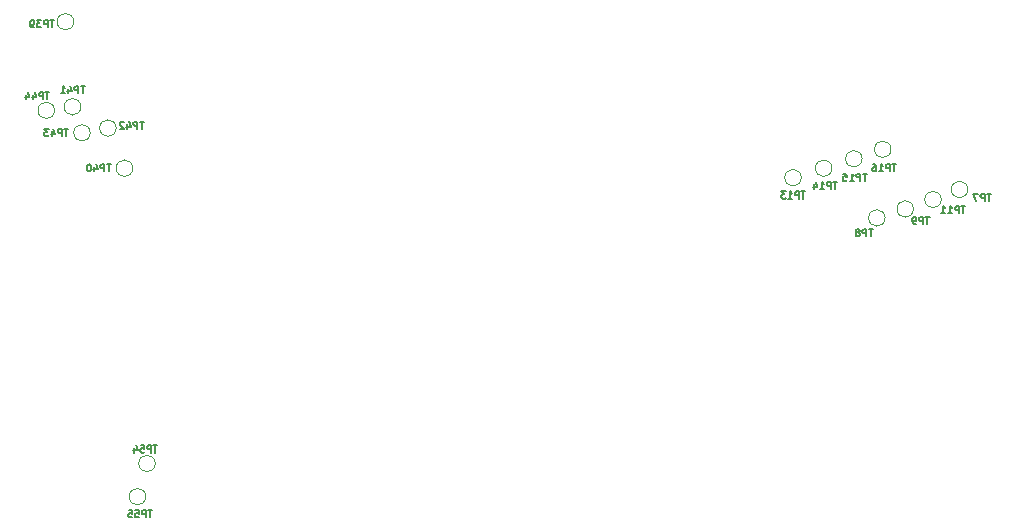
<source format=gbr>
%TF.GenerationSoftware,KiCad,Pcbnew,9.0.6*%
%TF.CreationDate,2026-01-08T15:16:43+08:00*%
%TF.ProjectId,STM32H7_PEDAL_V9,53544d33-3248-4375-9f50-4544414c5f56,rev?*%
%TF.SameCoordinates,Original*%
%TF.FileFunction,Legend,Bot*%
%TF.FilePolarity,Positive*%
%FSLAX46Y46*%
G04 Gerber Fmt 4.6, Leading zero omitted, Abs format (unit mm)*
G04 Created by KiCad (PCBNEW 9.0.6) date 2026-01-08 15:16:43*
%MOMM*%
%LPD*%
G01*
G04 APERTURE LIST*
%ADD10C,0.150000*%
%ADD11C,0.120000*%
G04 APERTURE END LIST*
D10*
X183402569Y-167501489D02*
X183059712Y-167501489D01*
X183231140Y-168101489D02*
X183231140Y-167501489D01*
X182859711Y-168101489D02*
X182859711Y-167501489D01*
X182859711Y-167501489D02*
X182631140Y-167501489D01*
X182631140Y-167501489D02*
X182573997Y-167530060D01*
X182573997Y-167530060D02*
X182545426Y-167558632D01*
X182545426Y-167558632D02*
X182516854Y-167615775D01*
X182516854Y-167615775D02*
X182516854Y-167701489D01*
X182516854Y-167701489D02*
X182545426Y-167758632D01*
X182545426Y-167758632D02*
X182573997Y-167787203D01*
X182573997Y-167787203D02*
X182631140Y-167815775D01*
X182631140Y-167815775D02*
X182859711Y-167815775D01*
X181973997Y-167501489D02*
X182259711Y-167501489D01*
X182259711Y-167501489D02*
X182288283Y-167787203D01*
X182288283Y-167787203D02*
X182259711Y-167758632D01*
X182259711Y-167758632D02*
X182202569Y-167730060D01*
X182202569Y-167730060D02*
X182059711Y-167730060D01*
X182059711Y-167730060D02*
X182002569Y-167758632D01*
X182002569Y-167758632D02*
X181973997Y-167787203D01*
X181973997Y-167787203D02*
X181945426Y-167844346D01*
X181945426Y-167844346D02*
X181945426Y-167987203D01*
X181945426Y-167987203D02*
X181973997Y-168044346D01*
X181973997Y-168044346D02*
X182002569Y-168072918D01*
X182002569Y-168072918D02*
X182059711Y-168101489D01*
X182059711Y-168101489D02*
X182202569Y-168101489D01*
X182202569Y-168101489D02*
X182259711Y-168072918D01*
X182259711Y-168072918D02*
X182288283Y-168044346D01*
X181402568Y-167501489D02*
X181688282Y-167501489D01*
X181688282Y-167501489D02*
X181716854Y-167787203D01*
X181716854Y-167787203D02*
X181688282Y-167758632D01*
X181688282Y-167758632D02*
X181631140Y-167730060D01*
X181631140Y-167730060D02*
X181488282Y-167730060D01*
X181488282Y-167730060D02*
X181431140Y-167758632D01*
X181431140Y-167758632D02*
X181402568Y-167787203D01*
X181402568Y-167787203D02*
X181373997Y-167844346D01*
X181373997Y-167844346D02*
X181373997Y-167987203D01*
X181373997Y-167987203D02*
X181402568Y-168044346D01*
X181402568Y-168044346D02*
X181431140Y-168072918D01*
X181431140Y-168072918D02*
X181488282Y-168101489D01*
X181488282Y-168101489D02*
X181631140Y-168101489D01*
X181631140Y-168101489D02*
X181688282Y-168072918D01*
X181688282Y-168072918D02*
X181716854Y-168044346D01*
X183852569Y-162001489D02*
X183509712Y-162001489D01*
X183681140Y-162601489D02*
X183681140Y-162001489D01*
X183309711Y-162601489D02*
X183309711Y-162001489D01*
X183309711Y-162001489D02*
X183081140Y-162001489D01*
X183081140Y-162001489D02*
X183023997Y-162030060D01*
X183023997Y-162030060D02*
X182995426Y-162058632D01*
X182995426Y-162058632D02*
X182966854Y-162115775D01*
X182966854Y-162115775D02*
X182966854Y-162201489D01*
X182966854Y-162201489D02*
X182995426Y-162258632D01*
X182995426Y-162258632D02*
X183023997Y-162287203D01*
X183023997Y-162287203D02*
X183081140Y-162315775D01*
X183081140Y-162315775D02*
X183309711Y-162315775D01*
X182423997Y-162001489D02*
X182709711Y-162001489D01*
X182709711Y-162001489D02*
X182738283Y-162287203D01*
X182738283Y-162287203D02*
X182709711Y-162258632D01*
X182709711Y-162258632D02*
X182652569Y-162230060D01*
X182652569Y-162230060D02*
X182509711Y-162230060D01*
X182509711Y-162230060D02*
X182452569Y-162258632D01*
X182452569Y-162258632D02*
X182423997Y-162287203D01*
X182423997Y-162287203D02*
X182395426Y-162344346D01*
X182395426Y-162344346D02*
X182395426Y-162487203D01*
X182395426Y-162487203D02*
X182423997Y-162544346D01*
X182423997Y-162544346D02*
X182452569Y-162572918D01*
X182452569Y-162572918D02*
X182509711Y-162601489D01*
X182509711Y-162601489D02*
X182652569Y-162601489D01*
X182652569Y-162601489D02*
X182709711Y-162572918D01*
X182709711Y-162572918D02*
X182738283Y-162544346D01*
X181881140Y-162201489D02*
X181881140Y-162601489D01*
X182023997Y-161972918D02*
X182166854Y-162401489D01*
X182166854Y-162401489D02*
X181795425Y-162401489D01*
X249216855Y-142651489D02*
X248873998Y-142651489D01*
X249045426Y-143251489D02*
X249045426Y-142651489D01*
X248673997Y-143251489D02*
X248673997Y-142651489D01*
X248673997Y-142651489D02*
X248445426Y-142651489D01*
X248445426Y-142651489D02*
X248388283Y-142680060D01*
X248388283Y-142680060D02*
X248359712Y-142708632D01*
X248359712Y-142708632D02*
X248331140Y-142765775D01*
X248331140Y-142765775D02*
X248331140Y-142851489D01*
X248331140Y-142851489D02*
X248359712Y-142908632D01*
X248359712Y-142908632D02*
X248388283Y-142937203D01*
X248388283Y-142937203D02*
X248445426Y-142965775D01*
X248445426Y-142965775D02*
X248673997Y-142965775D01*
X248045426Y-143251489D02*
X247931140Y-143251489D01*
X247931140Y-143251489D02*
X247873997Y-143222918D01*
X247873997Y-143222918D02*
X247845426Y-143194346D01*
X247845426Y-143194346D02*
X247788283Y-143108632D01*
X247788283Y-143108632D02*
X247759712Y-142994346D01*
X247759712Y-142994346D02*
X247759712Y-142765775D01*
X247759712Y-142765775D02*
X247788283Y-142708632D01*
X247788283Y-142708632D02*
X247816855Y-142680060D01*
X247816855Y-142680060D02*
X247873997Y-142651489D01*
X247873997Y-142651489D02*
X247988283Y-142651489D01*
X247988283Y-142651489D02*
X248045426Y-142680060D01*
X248045426Y-142680060D02*
X248073997Y-142708632D01*
X248073997Y-142708632D02*
X248102569Y-142765775D01*
X248102569Y-142765775D02*
X248102569Y-142908632D01*
X248102569Y-142908632D02*
X248073997Y-142965775D01*
X248073997Y-142965775D02*
X248045426Y-142994346D01*
X248045426Y-142994346D02*
X247988283Y-143022918D01*
X247988283Y-143022918D02*
X247873997Y-143022918D01*
X247873997Y-143022918D02*
X247816855Y-142994346D01*
X247816855Y-142994346D02*
X247788283Y-142965775D01*
X247788283Y-142965775D02*
X247759712Y-142908632D01*
X182699582Y-134601489D02*
X182356725Y-134601489D01*
X182528153Y-135201489D02*
X182528153Y-134601489D01*
X182156724Y-135201489D02*
X182156724Y-134601489D01*
X182156724Y-134601489D02*
X181928153Y-134601489D01*
X181928153Y-134601489D02*
X181871010Y-134630060D01*
X181871010Y-134630060D02*
X181842439Y-134658632D01*
X181842439Y-134658632D02*
X181813867Y-134715775D01*
X181813867Y-134715775D02*
X181813867Y-134801489D01*
X181813867Y-134801489D02*
X181842439Y-134858632D01*
X181842439Y-134858632D02*
X181871010Y-134887203D01*
X181871010Y-134887203D02*
X181928153Y-134915775D01*
X181928153Y-134915775D02*
X182156724Y-134915775D01*
X181299582Y-134801489D02*
X181299582Y-135201489D01*
X181442439Y-134572918D02*
X181585296Y-135001489D01*
X181585296Y-135001489D02*
X181213867Y-135001489D01*
X181013867Y-134658632D02*
X180985295Y-134630060D01*
X180985295Y-134630060D02*
X180928153Y-134601489D01*
X180928153Y-134601489D02*
X180785295Y-134601489D01*
X180785295Y-134601489D02*
X180728153Y-134630060D01*
X180728153Y-134630060D02*
X180699581Y-134658632D01*
X180699581Y-134658632D02*
X180671010Y-134715775D01*
X180671010Y-134715775D02*
X180671010Y-134772918D01*
X180671010Y-134772918D02*
X180699581Y-134858632D01*
X180699581Y-134858632D02*
X181042438Y-135201489D01*
X181042438Y-135201489D02*
X180671010Y-135201489D01*
X175099582Y-126001489D02*
X174756725Y-126001489D01*
X174928153Y-126601489D02*
X174928153Y-126001489D01*
X174556724Y-126601489D02*
X174556724Y-126001489D01*
X174556724Y-126001489D02*
X174328153Y-126001489D01*
X174328153Y-126001489D02*
X174271010Y-126030060D01*
X174271010Y-126030060D02*
X174242439Y-126058632D01*
X174242439Y-126058632D02*
X174213867Y-126115775D01*
X174213867Y-126115775D02*
X174213867Y-126201489D01*
X174213867Y-126201489D02*
X174242439Y-126258632D01*
X174242439Y-126258632D02*
X174271010Y-126287203D01*
X174271010Y-126287203D02*
X174328153Y-126315775D01*
X174328153Y-126315775D02*
X174556724Y-126315775D01*
X174013867Y-126001489D02*
X173642439Y-126001489D01*
X173642439Y-126001489D02*
X173842439Y-126230060D01*
X173842439Y-126230060D02*
X173756724Y-126230060D01*
X173756724Y-126230060D02*
X173699582Y-126258632D01*
X173699582Y-126258632D02*
X173671010Y-126287203D01*
X173671010Y-126287203D02*
X173642439Y-126344346D01*
X173642439Y-126344346D02*
X173642439Y-126487203D01*
X173642439Y-126487203D02*
X173671010Y-126544346D01*
X173671010Y-126544346D02*
X173699582Y-126572918D01*
X173699582Y-126572918D02*
X173756724Y-126601489D01*
X173756724Y-126601489D02*
X173928153Y-126601489D01*
X173928153Y-126601489D02*
X173985296Y-126572918D01*
X173985296Y-126572918D02*
X174013867Y-126544346D01*
X173356724Y-126601489D02*
X173242438Y-126601489D01*
X173242438Y-126601489D02*
X173185295Y-126572918D01*
X173185295Y-126572918D02*
X173156724Y-126544346D01*
X173156724Y-126544346D02*
X173099581Y-126458632D01*
X173099581Y-126458632D02*
X173071010Y-126344346D01*
X173071010Y-126344346D02*
X173071010Y-126115775D01*
X173071010Y-126115775D02*
X173099581Y-126058632D01*
X173099581Y-126058632D02*
X173128153Y-126030060D01*
X173128153Y-126030060D02*
X173185295Y-126001489D01*
X173185295Y-126001489D02*
X173299581Y-126001489D01*
X173299581Y-126001489D02*
X173356724Y-126030060D01*
X173356724Y-126030060D02*
X173385295Y-126058632D01*
X173385295Y-126058632D02*
X173413867Y-126115775D01*
X173413867Y-126115775D02*
X173413867Y-126258632D01*
X173413867Y-126258632D02*
X173385295Y-126315775D01*
X173385295Y-126315775D02*
X173356724Y-126344346D01*
X173356724Y-126344346D02*
X173299581Y-126372918D01*
X173299581Y-126372918D02*
X173185295Y-126372918D01*
X173185295Y-126372918D02*
X173128153Y-126344346D01*
X173128153Y-126344346D02*
X173099581Y-126315775D01*
X173099581Y-126315775D02*
X173071010Y-126258632D01*
X176299582Y-135201489D02*
X175956725Y-135201489D01*
X176128153Y-135801489D02*
X176128153Y-135201489D01*
X175756724Y-135801489D02*
X175756724Y-135201489D01*
X175756724Y-135201489D02*
X175528153Y-135201489D01*
X175528153Y-135201489D02*
X175471010Y-135230060D01*
X175471010Y-135230060D02*
X175442439Y-135258632D01*
X175442439Y-135258632D02*
X175413867Y-135315775D01*
X175413867Y-135315775D02*
X175413867Y-135401489D01*
X175413867Y-135401489D02*
X175442439Y-135458632D01*
X175442439Y-135458632D02*
X175471010Y-135487203D01*
X175471010Y-135487203D02*
X175528153Y-135515775D01*
X175528153Y-135515775D02*
X175756724Y-135515775D01*
X174899582Y-135401489D02*
X174899582Y-135801489D01*
X175042439Y-135172918D02*
X175185296Y-135601489D01*
X175185296Y-135601489D02*
X174813867Y-135601489D01*
X174642438Y-135201489D02*
X174271010Y-135201489D01*
X174271010Y-135201489D02*
X174471010Y-135430060D01*
X174471010Y-135430060D02*
X174385295Y-135430060D01*
X174385295Y-135430060D02*
X174328153Y-135458632D01*
X174328153Y-135458632D02*
X174299581Y-135487203D01*
X174299581Y-135487203D02*
X174271010Y-135544346D01*
X174271010Y-135544346D02*
X174271010Y-135687203D01*
X174271010Y-135687203D02*
X174299581Y-135744346D01*
X174299581Y-135744346D02*
X174328153Y-135772918D01*
X174328153Y-135772918D02*
X174385295Y-135801489D01*
X174385295Y-135801489D02*
X174556724Y-135801489D01*
X174556724Y-135801489D02*
X174613867Y-135772918D01*
X174613867Y-135772918D02*
X174642438Y-135744346D01*
X244414400Y-143711096D02*
X244071543Y-143711096D01*
X244242971Y-144311096D02*
X244242971Y-143711096D01*
X243871542Y-144311096D02*
X243871542Y-143711096D01*
X243871542Y-143711096D02*
X243642971Y-143711096D01*
X243642971Y-143711096D02*
X243585828Y-143739667D01*
X243585828Y-143739667D02*
X243557257Y-143768239D01*
X243557257Y-143768239D02*
X243528685Y-143825382D01*
X243528685Y-143825382D02*
X243528685Y-143911096D01*
X243528685Y-143911096D02*
X243557257Y-143968239D01*
X243557257Y-143968239D02*
X243585828Y-143996810D01*
X243585828Y-143996810D02*
X243642971Y-144025382D01*
X243642971Y-144025382D02*
X243871542Y-144025382D01*
X243185828Y-143968239D02*
X243242971Y-143939667D01*
X243242971Y-143939667D02*
X243271542Y-143911096D01*
X243271542Y-143911096D02*
X243300114Y-143853953D01*
X243300114Y-143853953D02*
X243300114Y-143825382D01*
X243300114Y-143825382D02*
X243271542Y-143768239D01*
X243271542Y-143768239D02*
X243242971Y-143739667D01*
X243242971Y-143739667D02*
X243185828Y-143711096D01*
X243185828Y-143711096D02*
X243071542Y-143711096D01*
X243071542Y-143711096D02*
X243014400Y-143739667D01*
X243014400Y-143739667D02*
X242985828Y-143768239D01*
X242985828Y-143768239D02*
X242957257Y-143825382D01*
X242957257Y-143825382D02*
X242957257Y-143853953D01*
X242957257Y-143853953D02*
X242985828Y-143911096D01*
X242985828Y-143911096D02*
X243014400Y-143939667D01*
X243014400Y-143939667D02*
X243071542Y-143968239D01*
X243071542Y-143968239D02*
X243185828Y-143968239D01*
X243185828Y-143968239D02*
X243242971Y-143996810D01*
X243242971Y-143996810D02*
X243271542Y-144025382D01*
X243271542Y-144025382D02*
X243300114Y-144082525D01*
X243300114Y-144082525D02*
X243300114Y-144196810D01*
X243300114Y-144196810D02*
X243271542Y-144253953D01*
X243271542Y-144253953D02*
X243242971Y-144282525D01*
X243242971Y-144282525D02*
X243185828Y-144311096D01*
X243185828Y-144311096D02*
X243071542Y-144311096D01*
X243071542Y-144311096D02*
X243014400Y-144282525D01*
X243014400Y-144282525D02*
X242985828Y-144253953D01*
X242985828Y-144253953D02*
X242957257Y-144196810D01*
X242957257Y-144196810D02*
X242957257Y-144082525D01*
X242957257Y-144082525D02*
X242985828Y-144025382D01*
X242985828Y-144025382D02*
X243014400Y-143996810D01*
X243014400Y-143996810D02*
X243071542Y-143968239D01*
X174699582Y-132101489D02*
X174356725Y-132101489D01*
X174528153Y-132701489D02*
X174528153Y-132101489D01*
X174156724Y-132701489D02*
X174156724Y-132101489D01*
X174156724Y-132101489D02*
X173928153Y-132101489D01*
X173928153Y-132101489D02*
X173871010Y-132130060D01*
X173871010Y-132130060D02*
X173842439Y-132158632D01*
X173842439Y-132158632D02*
X173813867Y-132215775D01*
X173813867Y-132215775D02*
X173813867Y-132301489D01*
X173813867Y-132301489D02*
X173842439Y-132358632D01*
X173842439Y-132358632D02*
X173871010Y-132387203D01*
X173871010Y-132387203D02*
X173928153Y-132415775D01*
X173928153Y-132415775D02*
X174156724Y-132415775D01*
X173299582Y-132301489D02*
X173299582Y-132701489D01*
X173442439Y-132072918D02*
X173585296Y-132501489D01*
X173585296Y-132501489D02*
X173213867Y-132501489D01*
X172728153Y-132301489D02*
X172728153Y-132701489D01*
X172871010Y-132072918D02*
X173013867Y-132501489D01*
X173013867Y-132501489D02*
X172642438Y-132501489D01*
X238702569Y-140501489D02*
X238359712Y-140501489D01*
X238531140Y-141101489D02*
X238531140Y-140501489D01*
X238159711Y-141101489D02*
X238159711Y-140501489D01*
X238159711Y-140501489D02*
X237931140Y-140501489D01*
X237931140Y-140501489D02*
X237873997Y-140530060D01*
X237873997Y-140530060D02*
X237845426Y-140558632D01*
X237845426Y-140558632D02*
X237816854Y-140615775D01*
X237816854Y-140615775D02*
X237816854Y-140701489D01*
X237816854Y-140701489D02*
X237845426Y-140758632D01*
X237845426Y-140758632D02*
X237873997Y-140787203D01*
X237873997Y-140787203D02*
X237931140Y-140815775D01*
X237931140Y-140815775D02*
X238159711Y-140815775D01*
X237245426Y-141101489D02*
X237588283Y-141101489D01*
X237416854Y-141101489D02*
X237416854Y-140501489D01*
X237416854Y-140501489D02*
X237473997Y-140587203D01*
X237473997Y-140587203D02*
X237531140Y-140644346D01*
X237531140Y-140644346D02*
X237588283Y-140672918D01*
X237045425Y-140501489D02*
X236673997Y-140501489D01*
X236673997Y-140501489D02*
X236873997Y-140730060D01*
X236873997Y-140730060D02*
X236788282Y-140730060D01*
X236788282Y-140730060D02*
X236731140Y-140758632D01*
X236731140Y-140758632D02*
X236702568Y-140787203D01*
X236702568Y-140787203D02*
X236673997Y-140844346D01*
X236673997Y-140844346D02*
X236673997Y-140987203D01*
X236673997Y-140987203D02*
X236702568Y-141044346D01*
X236702568Y-141044346D02*
X236731140Y-141072918D01*
X236731140Y-141072918D02*
X236788282Y-141101489D01*
X236788282Y-141101489D02*
X236959711Y-141101489D01*
X236959711Y-141101489D02*
X237016854Y-141072918D01*
X237016854Y-141072918D02*
X237045425Y-141044346D01*
X254416855Y-140701489D02*
X254073998Y-140701489D01*
X254245426Y-141301489D02*
X254245426Y-140701489D01*
X253873997Y-141301489D02*
X253873997Y-140701489D01*
X253873997Y-140701489D02*
X253645426Y-140701489D01*
X253645426Y-140701489D02*
X253588283Y-140730060D01*
X253588283Y-140730060D02*
X253559712Y-140758632D01*
X253559712Y-140758632D02*
X253531140Y-140815775D01*
X253531140Y-140815775D02*
X253531140Y-140901489D01*
X253531140Y-140901489D02*
X253559712Y-140958632D01*
X253559712Y-140958632D02*
X253588283Y-140987203D01*
X253588283Y-140987203D02*
X253645426Y-141015775D01*
X253645426Y-141015775D02*
X253873997Y-141015775D01*
X253331140Y-140701489D02*
X252931140Y-140701489D01*
X252931140Y-140701489D02*
X253188283Y-141301489D01*
X241402569Y-139701489D02*
X241059712Y-139701489D01*
X241231140Y-140301489D02*
X241231140Y-139701489D01*
X240859711Y-140301489D02*
X240859711Y-139701489D01*
X240859711Y-139701489D02*
X240631140Y-139701489D01*
X240631140Y-139701489D02*
X240573997Y-139730060D01*
X240573997Y-139730060D02*
X240545426Y-139758632D01*
X240545426Y-139758632D02*
X240516854Y-139815775D01*
X240516854Y-139815775D02*
X240516854Y-139901489D01*
X240516854Y-139901489D02*
X240545426Y-139958632D01*
X240545426Y-139958632D02*
X240573997Y-139987203D01*
X240573997Y-139987203D02*
X240631140Y-140015775D01*
X240631140Y-140015775D02*
X240859711Y-140015775D01*
X239945426Y-140301489D02*
X240288283Y-140301489D01*
X240116854Y-140301489D02*
X240116854Y-139701489D01*
X240116854Y-139701489D02*
X240173997Y-139787203D01*
X240173997Y-139787203D02*
X240231140Y-139844346D01*
X240231140Y-139844346D02*
X240288283Y-139872918D01*
X239431140Y-139901489D02*
X239431140Y-140301489D01*
X239573997Y-139672918D02*
X239716854Y-140101489D01*
X239716854Y-140101489D02*
X239345425Y-140101489D01*
X177699582Y-131601489D02*
X177356725Y-131601489D01*
X177528153Y-132201489D02*
X177528153Y-131601489D01*
X177156724Y-132201489D02*
X177156724Y-131601489D01*
X177156724Y-131601489D02*
X176928153Y-131601489D01*
X176928153Y-131601489D02*
X176871010Y-131630060D01*
X176871010Y-131630060D02*
X176842439Y-131658632D01*
X176842439Y-131658632D02*
X176813867Y-131715775D01*
X176813867Y-131715775D02*
X176813867Y-131801489D01*
X176813867Y-131801489D02*
X176842439Y-131858632D01*
X176842439Y-131858632D02*
X176871010Y-131887203D01*
X176871010Y-131887203D02*
X176928153Y-131915775D01*
X176928153Y-131915775D02*
X177156724Y-131915775D01*
X176299582Y-131801489D02*
X176299582Y-132201489D01*
X176442439Y-131572918D02*
X176585296Y-132001489D01*
X176585296Y-132001489D02*
X176213867Y-132001489D01*
X175671010Y-132201489D02*
X176013867Y-132201489D01*
X175842438Y-132201489D02*
X175842438Y-131601489D01*
X175842438Y-131601489D02*
X175899581Y-131687203D01*
X175899581Y-131687203D02*
X175956724Y-131744346D01*
X175956724Y-131744346D02*
X176013867Y-131772918D01*
X252252569Y-141751489D02*
X251909712Y-141751489D01*
X252081140Y-142351489D02*
X252081140Y-141751489D01*
X251709711Y-142351489D02*
X251709711Y-141751489D01*
X251709711Y-141751489D02*
X251481140Y-141751489D01*
X251481140Y-141751489D02*
X251423997Y-141780060D01*
X251423997Y-141780060D02*
X251395426Y-141808632D01*
X251395426Y-141808632D02*
X251366854Y-141865775D01*
X251366854Y-141865775D02*
X251366854Y-141951489D01*
X251366854Y-141951489D02*
X251395426Y-142008632D01*
X251395426Y-142008632D02*
X251423997Y-142037203D01*
X251423997Y-142037203D02*
X251481140Y-142065775D01*
X251481140Y-142065775D02*
X251709711Y-142065775D01*
X250795426Y-142351489D02*
X251138283Y-142351489D01*
X250966854Y-142351489D02*
X250966854Y-141751489D01*
X250966854Y-141751489D02*
X251023997Y-141837203D01*
X251023997Y-141837203D02*
X251081140Y-141894346D01*
X251081140Y-141894346D02*
X251138283Y-141922918D01*
X250223997Y-142351489D02*
X250566854Y-142351489D01*
X250395425Y-142351489D02*
X250395425Y-141751489D01*
X250395425Y-141751489D02*
X250452568Y-141837203D01*
X250452568Y-141837203D02*
X250509711Y-141894346D01*
X250509711Y-141894346D02*
X250566854Y-141922918D01*
X246402569Y-138201489D02*
X246059712Y-138201489D01*
X246231140Y-138801489D02*
X246231140Y-138201489D01*
X245859711Y-138801489D02*
X245859711Y-138201489D01*
X245859711Y-138201489D02*
X245631140Y-138201489D01*
X245631140Y-138201489D02*
X245573997Y-138230060D01*
X245573997Y-138230060D02*
X245545426Y-138258632D01*
X245545426Y-138258632D02*
X245516854Y-138315775D01*
X245516854Y-138315775D02*
X245516854Y-138401489D01*
X245516854Y-138401489D02*
X245545426Y-138458632D01*
X245545426Y-138458632D02*
X245573997Y-138487203D01*
X245573997Y-138487203D02*
X245631140Y-138515775D01*
X245631140Y-138515775D02*
X245859711Y-138515775D01*
X244945426Y-138801489D02*
X245288283Y-138801489D01*
X245116854Y-138801489D02*
X245116854Y-138201489D01*
X245116854Y-138201489D02*
X245173997Y-138287203D01*
X245173997Y-138287203D02*
X245231140Y-138344346D01*
X245231140Y-138344346D02*
X245288283Y-138372918D01*
X244431140Y-138201489D02*
X244545425Y-138201489D01*
X244545425Y-138201489D02*
X244602568Y-138230060D01*
X244602568Y-138230060D02*
X244631140Y-138258632D01*
X244631140Y-138258632D02*
X244688282Y-138344346D01*
X244688282Y-138344346D02*
X244716854Y-138458632D01*
X244716854Y-138458632D02*
X244716854Y-138687203D01*
X244716854Y-138687203D02*
X244688282Y-138744346D01*
X244688282Y-138744346D02*
X244659711Y-138772918D01*
X244659711Y-138772918D02*
X244602568Y-138801489D01*
X244602568Y-138801489D02*
X244488282Y-138801489D01*
X244488282Y-138801489D02*
X244431140Y-138772918D01*
X244431140Y-138772918D02*
X244402568Y-138744346D01*
X244402568Y-138744346D02*
X244373997Y-138687203D01*
X244373997Y-138687203D02*
X244373997Y-138544346D01*
X244373997Y-138544346D02*
X244402568Y-138487203D01*
X244402568Y-138487203D02*
X244431140Y-138458632D01*
X244431140Y-138458632D02*
X244488282Y-138430060D01*
X244488282Y-138430060D02*
X244602568Y-138430060D01*
X244602568Y-138430060D02*
X244659711Y-138458632D01*
X244659711Y-138458632D02*
X244688282Y-138487203D01*
X244688282Y-138487203D02*
X244716854Y-138544346D01*
X179899582Y-138201489D02*
X179556725Y-138201489D01*
X179728153Y-138801489D02*
X179728153Y-138201489D01*
X179356724Y-138801489D02*
X179356724Y-138201489D01*
X179356724Y-138201489D02*
X179128153Y-138201489D01*
X179128153Y-138201489D02*
X179071010Y-138230060D01*
X179071010Y-138230060D02*
X179042439Y-138258632D01*
X179042439Y-138258632D02*
X179013867Y-138315775D01*
X179013867Y-138315775D02*
X179013867Y-138401489D01*
X179013867Y-138401489D02*
X179042439Y-138458632D01*
X179042439Y-138458632D02*
X179071010Y-138487203D01*
X179071010Y-138487203D02*
X179128153Y-138515775D01*
X179128153Y-138515775D02*
X179356724Y-138515775D01*
X178499582Y-138401489D02*
X178499582Y-138801489D01*
X178642439Y-138172918D02*
X178785296Y-138601489D01*
X178785296Y-138601489D02*
X178413867Y-138601489D01*
X178071010Y-138201489D02*
X178013867Y-138201489D01*
X178013867Y-138201489D02*
X177956724Y-138230060D01*
X177956724Y-138230060D02*
X177928153Y-138258632D01*
X177928153Y-138258632D02*
X177899581Y-138315775D01*
X177899581Y-138315775D02*
X177871010Y-138430060D01*
X177871010Y-138430060D02*
X177871010Y-138572918D01*
X177871010Y-138572918D02*
X177899581Y-138687203D01*
X177899581Y-138687203D02*
X177928153Y-138744346D01*
X177928153Y-138744346D02*
X177956724Y-138772918D01*
X177956724Y-138772918D02*
X178013867Y-138801489D01*
X178013867Y-138801489D02*
X178071010Y-138801489D01*
X178071010Y-138801489D02*
X178128153Y-138772918D01*
X178128153Y-138772918D02*
X178156724Y-138744346D01*
X178156724Y-138744346D02*
X178185295Y-138687203D01*
X178185295Y-138687203D02*
X178213867Y-138572918D01*
X178213867Y-138572918D02*
X178213867Y-138430060D01*
X178213867Y-138430060D02*
X178185295Y-138315775D01*
X178185295Y-138315775D02*
X178156724Y-138258632D01*
X178156724Y-138258632D02*
X178128153Y-138230060D01*
X178128153Y-138230060D02*
X178071010Y-138201489D01*
X243902569Y-139001489D02*
X243559712Y-139001489D01*
X243731140Y-139601489D02*
X243731140Y-139001489D01*
X243359711Y-139601489D02*
X243359711Y-139001489D01*
X243359711Y-139001489D02*
X243131140Y-139001489D01*
X243131140Y-139001489D02*
X243073997Y-139030060D01*
X243073997Y-139030060D02*
X243045426Y-139058632D01*
X243045426Y-139058632D02*
X243016854Y-139115775D01*
X243016854Y-139115775D02*
X243016854Y-139201489D01*
X243016854Y-139201489D02*
X243045426Y-139258632D01*
X243045426Y-139258632D02*
X243073997Y-139287203D01*
X243073997Y-139287203D02*
X243131140Y-139315775D01*
X243131140Y-139315775D02*
X243359711Y-139315775D01*
X242445426Y-139601489D02*
X242788283Y-139601489D01*
X242616854Y-139601489D02*
X242616854Y-139001489D01*
X242616854Y-139001489D02*
X242673997Y-139087203D01*
X242673997Y-139087203D02*
X242731140Y-139144346D01*
X242731140Y-139144346D02*
X242788283Y-139172918D01*
X241902568Y-139001489D02*
X242188282Y-139001489D01*
X242188282Y-139001489D02*
X242216854Y-139287203D01*
X242216854Y-139287203D02*
X242188282Y-139258632D01*
X242188282Y-139258632D02*
X242131140Y-139230060D01*
X242131140Y-139230060D02*
X241988282Y-139230060D01*
X241988282Y-139230060D02*
X241931140Y-139258632D01*
X241931140Y-139258632D02*
X241902568Y-139287203D01*
X241902568Y-139287203D02*
X241873997Y-139344346D01*
X241873997Y-139344346D02*
X241873997Y-139487203D01*
X241873997Y-139487203D02*
X241902568Y-139544346D01*
X241902568Y-139544346D02*
X241931140Y-139572918D01*
X241931140Y-139572918D02*
X241988282Y-139601489D01*
X241988282Y-139601489D02*
X242131140Y-139601489D01*
X242131140Y-139601489D02*
X242188282Y-139572918D01*
X242188282Y-139572918D02*
X242216854Y-139544346D01*
D11*
%TO.C,TP55*%
X182859712Y-166331718D02*
G75*
G02*
X181459712Y-166331718I-700000J0D01*
G01*
X181459712Y-166331718D02*
G75*
G02*
X182859712Y-166331718I700000J0D01*
G01*
%TO.C,TP54*%
X183659712Y-163531718D02*
G75*
G02*
X182259712Y-163531718I-700000J0D01*
G01*
X182259712Y-163531718D02*
G75*
G02*
X183659712Y-163531718I700000J0D01*
G01*
%TO.C,TP9*%
X247859712Y-141981718D02*
G75*
G02*
X246459712Y-141981718I-700000J0D01*
G01*
X246459712Y-141981718D02*
G75*
G02*
X247859712Y-141981718I700000J0D01*
G01*
%TO.C,TP42*%
X180356725Y-135131718D02*
G75*
G02*
X178956725Y-135131718I-700000J0D01*
G01*
X178956725Y-135131718D02*
G75*
G02*
X180356725Y-135131718I700000J0D01*
G01*
%TO.C,TP39*%
X176756725Y-126131718D02*
G75*
G02*
X175356725Y-126131718I-700000J0D01*
G01*
X175356725Y-126131718D02*
G75*
G02*
X176756725Y-126131718I700000J0D01*
G01*
%TO.C,TP43*%
X178156725Y-135531718D02*
G75*
G02*
X176756725Y-135531718I-700000J0D01*
G01*
X176756725Y-135531718D02*
G75*
G02*
X178156725Y-135531718I700000J0D01*
G01*
%TO.C,TP8*%
X245457257Y-142741325D02*
G75*
G02*
X244057257Y-142741325I-700000J0D01*
G01*
X244057257Y-142741325D02*
G75*
G02*
X245457257Y-142741325I700000J0D01*
G01*
%TO.C,TP44*%
X175135468Y-133633685D02*
G75*
G02*
X173735468Y-133633685I-700000J0D01*
G01*
X173735468Y-133633685D02*
G75*
G02*
X175135468Y-133633685I700000J0D01*
G01*
%TO.C,TP13*%
X238359712Y-139331718D02*
G75*
G02*
X236959712Y-139331718I-700000J0D01*
G01*
X236959712Y-139331718D02*
G75*
G02*
X238359712Y-139331718I700000J0D01*
G01*
%TO.C,TP7*%
X252459712Y-140331718D02*
G75*
G02*
X251059712Y-140331718I-700000J0D01*
G01*
X251059712Y-140331718D02*
G75*
G02*
X252459712Y-140331718I700000J0D01*
G01*
%TO.C,TP14*%
X240959712Y-138531718D02*
G75*
G02*
X239559712Y-138531718I-700000J0D01*
G01*
X239559712Y-138531718D02*
G75*
G02*
X240959712Y-138531718I700000J0D01*
G01*
%TO.C,TP41*%
X177356725Y-133331718D02*
G75*
G02*
X175956725Y-133331718I-700000J0D01*
G01*
X175956725Y-133331718D02*
G75*
G02*
X177356725Y-133331718I700000J0D01*
G01*
%TO.C,TP11*%
X250209712Y-141181718D02*
G75*
G02*
X248809712Y-141181718I-700000J0D01*
G01*
X248809712Y-141181718D02*
G75*
G02*
X250209712Y-141181718I700000J0D01*
G01*
%TO.C,TP16*%
X245959712Y-136931718D02*
G75*
G02*
X244559712Y-136931718I-700000J0D01*
G01*
X244559712Y-136931718D02*
G75*
G02*
X245959712Y-136931718I700000J0D01*
G01*
%TO.C,TP40*%
X181756725Y-138531718D02*
G75*
G02*
X180356725Y-138531718I-700000J0D01*
G01*
X180356725Y-138531718D02*
G75*
G02*
X181756725Y-138531718I700000J0D01*
G01*
%TO.C,TP15*%
X243511757Y-137731718D02*
G75*
G02*
X242111757Y-137731718I-700000J0D01*
G01*
X242111757Y-137731718D02*
G75*
G02*
X243511757Y-137731718I700000J0D01*
G01*
%TD*%
M02*

</source>
